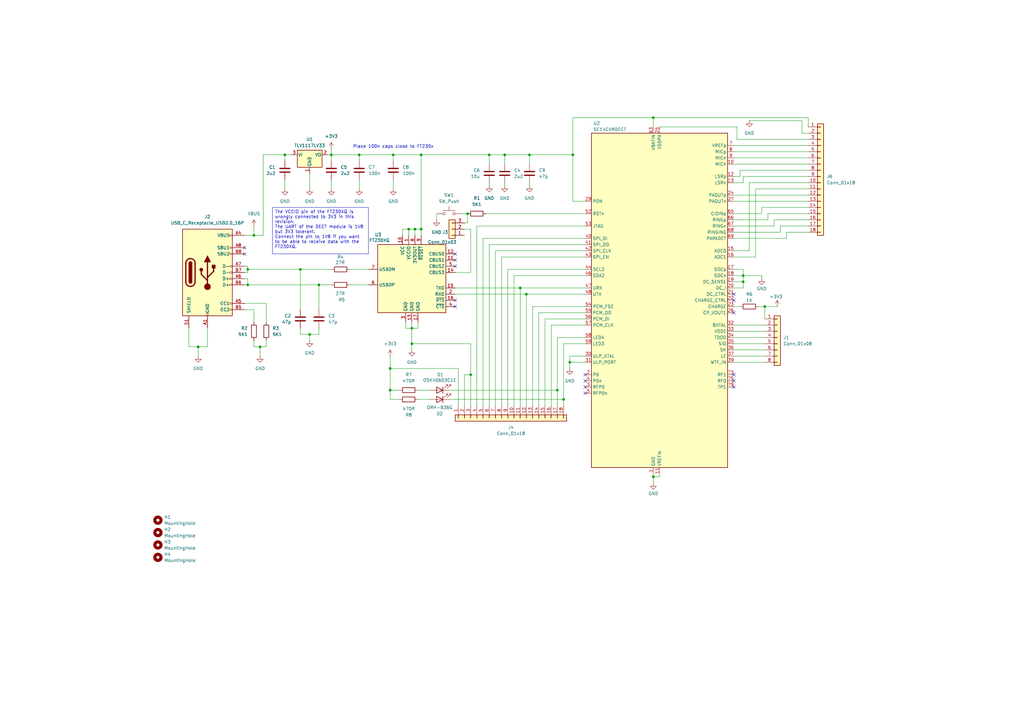
<source format=kicad_sch>
(kicad_sch (version 20231120) (generator "eeschema") (generator_version "8.0")
  (paper "A3")
  (title_block (title "SC14CVMDECT DEVBOARD") (date "2024-12-09") (rev "v0.1") (company "Funkeleinhorn"))
  (lib_symbols
    (symbol "Connector:USB_C_Receptacle_USB2.0_16P" (pin_names (offset 1.016))
      (property "Reference" "J2" (at 0 22.86 0))
      (property "Value" "USB_C_Receptacle_USB2.0_16P" (at 0 20.32 0))
      (symbol "USB_C_Receptacle_USB2.0_16P_0_0"
        (rectangle (start -0.254 -17.78) (end 0.254 -16.764))
        (rectangle (start 10.16 -14.986) (end 9.144 -15.494))
        (rectangle (start 10.16 -12.446) (end 9.144 -12.954))
        (rectangle (start 10.16 -4.826) (end 9.144 -5.334))
        (rectangle (start 10.16 -2.286) (end 9.144 -2.794))
        (rectangle (start 10.16 0.254) (end 9.144 -0.254))
        (rectangle (start 10.16 2.794) (end 9.144 2.286))
        (rectangle (start 10.16 7.874) (end 9.144 7.366))
        (rectangle (start 10.16 10.414) (end 9.144 9.906))
        (rectangle (start 10.16 15.494) (end 9.144 14.986))
      )
      (symbol "USB_C_Receptacle_USB2.0_16P_0_1"
        (rectangle (start -10.16 17.78) (end 10.16 -17.78) (stroke (width 0.254)) (fill (type background)))
        (arc (start -8.89 -3.81) (mid -6.985 -5.7067) (end -5.08 -3.81) (stroke (width 0.508)))
        (arc (start -7.62 -3.81) (mid -6.985 -4.4423) (end -6.35 -3.81) (stroke (width 0.254)))
        (arc (start -7.62 -3.81) (mid -6.985 -4.4423) (end -6.35 -3.81) (stroke (width 0.254)) (fill (type outline)))
        (rectangle (start -7.62 -3.81) (end -6.35 3.81) (stroke (width 0.254)) (fill (type outline)))
        (arc (start -6.35 3.81) (mid -6.985 4.4423) (end -7.62 3.81) (stroke (width 0.254)))
        (arc (start -6.35 3.81) (mid -6.985 4.4423) (end -7.62 3.81) (stroke (width 0.254)) (fill (type outline)))
        (arc (start -5.08 3.81) (mid -6.985 5.7067) (end -8.89 3.81) (stroke (width 0.508)))
        (circle (center -2.54 1.143) (radius 0.635) (stroke (width 0.254)) (fill (type outline)))
        (circle (center 0 -5.842) (radius 1.27) (fill (type outline)))
        (polyline (pts (xy -8.89 -3.81) (xy -8.89 3.81)) (stroke (width 0.508)))
        (polyline (pts (xy -5.08 3.81) (xy -5.08 -3.81)) (stroke (width 0.508)))
        (polyline (pts (xy 0 -5.842) (xy 0 4.318)) (stroke (width 0.508)))
        (polyline (pts (xy 0 -3.302) (xy -2.54 -0.762) (xy -2.54 0.508)) (stroke (width 0.508)))
        (polyline (pts (xy 0 -2.032) (xy 2.54 0.508) (xy 2.54 1.778)) (stroke (width 0.508)))
        (polyline (pts (xy -1.27 4.318) (xy 0 6.858) (xy 1.27 4.318) (xy -1.27 4.318)) (stroke (width 0.254)) (fill (type outline)))
        (rectangle (start 1.905 1.778) (end 3.175 3.048) (stroke (width 0.254)) (fill (type outline)))
      )
      (symbol "USB_C_Receptacle_USB2.0_16P_1_1"
        (pin passive line (at 0 -22.86 90) (length 5.08) (name "GND") (number "A1"))
        (pin passive line (at 0 -22.86 90) (length 5.08) hide (name "GND") (number "A12"))
        (pin passive line (at 15.24 15.24 180) (length 5.08) (name "VBUS") (number "A4"))
        (pin bidirectional line (at 15.24 -12.7 180) (length 5.08) (name "CC1") (number "A5"))
        (pin bidirectional line (at 15.24 -2.54 180) (length 5.08) (name "D+") (number "A6"))
        (pin bidirectional line (at 15.24 2.54 180) (length 5.08) (name "D-") (number "A7"))
        (pin bidirectional line (at 15.24 10.16 180) (length 5.08) (name "SBU1") (number "A8"))
        (pin passive line (at 15.24 15.24 180) (length 5.08) hide (name "VBUS") (number "A9"))
        (pin passive line (at 0 -22.86 90) (length 5.08) hide (name "GND") (number "B1"))
        (pin passive line (at 0 -22.86 90) (length 5.08) hide (name "GND") (number "B12"))
        (pin passive line (at 15.24 15.24 180) (length 5.08) hide (name "VBUS") (number "B4"))
        (pin bidirectional line (at 15.24 -15.24 180) (length 5.08) (name "CC2") (number "B5"))
        (pin bidirectional line (at 15.24 -5.08 180) (length 5.08) (name "D+") (number "B6"))
        (pin bidirectional line (at 15.24 0 180) (length 5.08) (name "D-") (number "B7"))
        (pin bidirectional line (at 15.24 7.62 180) (length 5.08) (name "SBU2") (number "B8"))
        (pin passive line (at 15.24 15.24 180) (length 5.08) hide (name "VBUS") (number "B9"))
        (pin passive line (at -7.62 -22.86 90) (length 5.08) (name "SHIELD") (number "S1"))
      )
    )
    (symbol "Connector_Generic:Conn_01x03" (pin_names (offset 1.016) hide)
      (property "Reference" "J" (at 0 5.08 0))
      (property "Value" "Conn_01x03" (at 0 -5.08 0))
      (symbol "Conn_01x03_1_1"
        (rectangle (start -1.27 -2.413) (end 0 -2.667) (stroke (width 0.1524)))
        (rectangle (start -1.27 0.127) (end 0 -0.127) (stroke (width 0.1524)))
        (rectangle (start -1.27 2.667) (end 0 2.413) (stroke (width 0.1524)))
        (rectangle (start -1.27 3.81) (end 1.27 -3.81) (stroke (width 0.254)) (fill (type background)))
        (pin passive line (at -5.08 2.54 0) (length 3.81) (name "Pin_1") (number "1"))
        (pin passive line (at -5.08 0 0) (length 3.81) (name "Pin_2") (number "2"))
        (pin passive line (at -5.08 -2.54 0) (length 3.81) (name "Pin_3") (number "3"))
      )
    )
    (symbol "Connector_Generic:Conn_01x08" (pin_names (offset 1.016) hide)
      (property "Reference" "J" (at 0 10.16 0))
      (property "Value" "Conn_01x08" (at 0 -12.7 0))
      (symbol "Conn_01x08_1_1"
        (rectangle (start -1.27 -10.033) (end 0 -10.287) (stroke (width 0.1524)))
        (rectangle (start -1.27 -7.493) (end 0 -7.747) (stroke (width 0.1524)))
        (rectangle (start -1.27 -4.953) (end 0 -5.207) (stroke (width 0.1524)))
        (rectangle (start -1.27 -2.413) (end 0 -2.667) (stroke (width 0.1524)))
        (rectangle (start -1.27 0.127) (end 0 -0.127) (stroke (width 0.1524)))
        (rectangle (start -1.27 2.667) (end 0 2.413) (stroke (width 0.1524)))
        (rectangle (start -1.27 5.207) (end 0 4.953) (stroke (width 0.1524)))
        (rectangle (start -1.27 7.747) (end 0 7.493) (stroke (width 0.1524)))
        (rectangle (start -1.27 8.89) (end 1.27 -11.43) (stroke (width 0.254)) (fill (type background)))
        (pin passive line (at -5.08 7.62 0) (length 3.81) (name "Pin_1") (number "1"))
        (pin passive line (at -5.08 5.08 0) (length 3.81) (name "Pin_2") (number "2"))
        (pin passive line (at -5.08 2.54 0) (length 3.81) (name "Pin_3") (number "3"))
        (pin passive line (at -5.08 0 0) (length 3.81) (name "Pin_4") (number "4"))
        (pin passive line (at -5.08 -2.54 0) (length 3.81) (name "Pin_5") (number "5"))
        (pin passive line (at -5.08 -5.08 0) (length 3.81) (name "Pin_6") (number "6"))
        (pin passive line (at -5.08 -7.62 0) (length 3.81) (name "Pin_7") (number "7"))
        (pin passive line (at -5.08 -10.16 0) (length 3.81) (name "Pin_8") (number "8"))
      )
    )
    (symbol "Connector_Generic:Conn_01x18" (pin_names (offset 1.016) hide)
      (property "Reference" "J" (at 0 22.86 0))
      (property "Value" "Conn_01x18" (at 0 -25.4 0))
      (symbol "Conn_01x18_1_1"
        (rectangle (start -1.27 -22.733) (end 0 -22.987) (stroke (width 0.1524)))
        (rectangle (start -1.27 -20.193) (end 0 -20.447) (stroke (width 0.1524)))
        (rectangle (start -1.27 -17.653) (end 0 -17.907) (stroke (width 0.1524)))
        (rectangle (start -1.27 -15.113) (end 0 -15.367) (stroke (width 0.1524)))
        (rectangle (start -1.27 -12.573) (end 0 -12.827) (stroke (width 0.1524)))
        (rectangle (start -1.27 -10.033) (end 0 -10.287) (stroke (width 0.1524)))
        (rectangle (start -1.27 -7.493) (end 0 -7.747) (stroke (width 0.1524)))
        (rectangle (start -1.27 -4.953) (end 0 -5.207) (stroke (width 0.1524)))
        (rectangle (start -1.27 -2.413) (end 0 -2.667) (stroke (width 0.1524)))
        (rectangle (start -1.27 0.127) (end 0 -0.127) (stroke (width 0.1524)))
        (rectangle (start -1.27 2.667) (end 0 2.413) (stroke (width 0.1524)))
        (rectangle (start -1.27 5.207) (end 0 4.953) (stroke (width 0.1524)))
        (rectangle (start -1.27 7.747) (end 0 7.493) (stroke (width 0.1524)))
        (rectangle (start -1.27 10.287) (end 0 10.033) (stroke (width 0.1524)))
        (rectangle (start -1.27 12.827) (end 0 12.573) (stroke (width 0.1524)))
        (rectangle (start -1.27 15.367) (end 0 15.113) (stroke (width 0.1524)))
        (rectangle (start -1.27 17.907) (end 0 17.653) (stroke (width 0.1524)))
        (rectangle (start -1.27 20.447) (end 0 20.193) (stroke (width 0.1524)))
        (rectangle (start -1.27 21.59) (end 1.27 -24.13) (stroke (width 0.254)) (fill (type background)))
        (pin passive line (at -5.08 20.32 0) (length 3.81) (name "Pin_1") (number "1"))
        (pin passive line (at -5.08 -2.54 0) (length 3.81) (name "Pin_10") (number "10"))
        (pin passive line (at -5.08 -5.08 0) (length 3.81) (name "Pin_11") (number "11"))
        (pin passive line (at -5.08 -7.62 0) (length 3.81) (name "Pin_12") (number "12"))
        (pin passive line (at -5.08 -10.16 0) (length 3.81) (name "Pin_13") (number "13"))
        (pin passive line (at -5.08 -12.7 0) (length 3.81) (name "Pin_14") (number "14"))
        (pin passive line (at -5.08 -15.24 0) (length 3.81) (name "Pin_15") (number "15"))
        (pin passive line (at -5.08 -17.78 0) (length 3.81) (name "Pin_16") (number "16"))
        (pin passive line (at -5.08 -20.32 0) (length 3.81) (name "Pin_17") (number "17"))
        (pin passive line (at -5.08 -22.86 0) (length 3.81) (name "Pin_18") (number "18"))
        (pin passive line (at -5.08 17.78 0) (length 3.81) (name "Pin_2") (number "2"))
        (pin passive line (at -5.08 15.24 0) (length 3.81) (name "Pin_3") (number "3"))
        (pin passive line (at -5.08 12.7 0) (length 3.81) (name "Pin_4") (number "4"))
        (pin passive line (at -5.08 10.16 0) (length 3.81) (name "Pin_5") (number "5"))
        (pin passive line (at -5.08 7.62 0) (length 3.81) (name "Pin_6") (number "6"))
        (pin passive line (at -5.08 5.08 0) (length 3.81) (name "Pin_7") (number "7"))
        (pin passive line (at -5.08 2.54 0) (length 3.81) (name "Pin_8") (number "8"))
        (pin passive line (at -5.08 0 0) (length 3.81) (name "Pin_9") (number "9"))
      )
    )
    (symbol "Device:C" (pin_numbers hide) (pin_names (offset 0.254))
      (property "Reference" "C" (at 0.635 2.54 0))
      (property "Value" "C" (at 0.635 -2.54 0))
      (symbol "C_0_1"
        (polyline (pts (xy -2.032 -0.762) (xy 2.032 -0.762)) (stroke (width 0.508)))
        (polyline (pts (xy -2.032 0.762) (xy 2.032 0.762)) (stroke (width 0.508)))
      )
      (symbol "C_1_1"
        (pin passive line (at 0 3.81 270) (length 2.794) (name "~") (number "1"))
        (pin passive line (at 0 -3.81 90) (length 2.794) (name "~") (number "2"))
      )
    )
    (symbol "Device:LED" (pin_numbers hide) (pin_names (offset 1.016) hide)
      (property "Reference" "D" (at 0 2.54 0))
      (property "Value" "LED" (at 0 -2.54 0))
      (symbol "LED_0_1"
        (polyline (pts (xy -1.27 -1.27) (xy -1.27 1.27)) (stroke (width 0.254)))
        (polyline (pts (xy -1.27 0) (xy 1.27 0)))
        (polyline (pts (xy 1.27 -1.27) (xy 1.27 1.27) (xy -1.27 0) (xy 1.27 -1.27)) (stroke (width 0.254)))
        (polyline (pts (xy -3.048 -0.762) (xy -4.572 -2.286) (xy -3.81 -2.286) (xy -4.572 -2.286) (xy -4.572 -1.524)))
        (polyline (pts (xy -1.778 -0.762) (xy -3.302 -2.286) (xy -2.54 -2.286) (xy -3.302 -2.286) (xy -3.302 -1.524)))
      )
      (symbol "LED_1_1"
        (pin passive line (at -3.81 0 0) (length 2.54) (name "K") (number "1"))
        (pin passive line (at 3.81 0 180) (length 2.54) (name "A") (number "2"))
      )
    )
    (symbol "Device:R" (pin_numbers hide) (pin_names (offset 0))
      (property "Reference" "R" (at 2.032 0 90))
      (property "Value" "R" (at 0 0 90))
      (symbol "R_0_1"
        (rectangle (start -1.016 -2.54) (end 1.016 2.54) (stroke (width 0.254)))
      )
      (symbol "R_1_1"
        (pin passive line (at 0 3.81 270) (length 1.27) (name "~") (number "1"))
        (pin passive line (at 0 -3.81 90) (length 1.27) (name "~") (number "2"))
      )
    )
    (symbol "Interface_USB:FT230XQ"
      (property "Reference" "U1" (at 11.43 19.05 0))
      (property "Value" "FT230XQ" (at 11.43 16.51 0))
      (symbol "FT230XQ_0_1"
        (rectangle (start -13.97 13.97) (end 13.97 -13.97) (stroke (width 0.254)) (fill (type background)))
      )
      (symbol "FT230XQ_1_1"
        (pin power_in line (at -1.27 17.78 270) (length 3.81) (name "VCCIO") (number "1"))
        (pin power_in line (at -3.81 17.78 270) (length 3.81) (name "VCC") (number "10"))
        (pin bidirectional line (at 17.78 7.62 180) (length 3.81) (name "CBUS1") (number "11"))
        (pin bidirectional line (at 17.78 10.16 180) (length 3.81) (name "CBUS0") (number "12"))
        (pin power_in line (at 0 -17.78 90) (length 3.81) (name "GND") (number "13"))
        (pin bidirectional line (at 17.78 2.54 180) (length 3.81) (name "CBUS3") (number "14"))
        (pin output line (at 17.78 -3.81 180) (length 3.81) (name "TXD") (number "15"))
        (pin output line (at 17.78 -8.89 180) (length 3.81) (name "~{RTS}") (number "16"))
        (pin power_in line (at 2.54 -17.78 90) (length 3.81) (name "GND") (number "17"))
        (pin input line (at 17.78 -6.35 180) (length 3.81) (name "RXD") (number "2"))
        (pin power_in line (at -2.54 -17.78 90) (length 3.81) (name "GND") (number "3"))
        (pin input line (at 17.78 -11.43 180) (length 3.81) (name "~{CTS}") (number "4"))
        (pin bidirectional line (at 17.78 5.08 180) (length 3.81) (name "CBUS2") (number "5"))
        (pin bidirectional line (at -17.78 -2.54 0) (length 3.81) (name "USBDP") (number "6"))
        (pin bidirectional line (at -17.78 3.81 0) (length 3.81) (name "USBDM") (number "7"))
        (pin power_out line (at 1.27 17.78 270) (length 3.81) (name "3V3OUT") (number "8"))
        (pin input line (at 3.81 17.78 270) (length 3.81) (name "~{RESET}") (number "9"))
      )
    )
    (symbol "Mechanical:MountingHole" (pin_names (offset 1.016)) (exclude_from_sim yes) (in_bom no)
      (property "Reference" "H" (at 0 5.08 0))
      (property "Value" "MountingHole" (at 0 3.175 0))
      (symbol "MountingHole_0_1"
        (circle (center 0 0) (radius 1.27) (stroke (width 1.27)))
      )
    )
    (symbol "Regulator_Linear:TLV1117-33" (pin_names (offset 0.254))
      (property "Reference" "U" (at -3.81 3.175 0))
      (property "Value" "TLV1117-33" (at 0 3.175 0))
      (symbol "TLV1117-33_0_1"
        (rectangle (start -5.08 -5.08) (end 5.08 1.905) (stroke (width 0.254)) (fill (type background)))
      )
      (symbol "TLV1117-33_1_1"
        (pin power_in line (at 0 -7.62 90) (length 2.54) (name "GND") (number "1"))
        (pin power_out line (at 7.62 0 180) (length 2.54) (name "VO") (number "2"))
        (pin power_in line (at -7.62 0 0) (length 2.54) (name "VI") (number "3"))
      )
    )
    (symbol "Switch:SW_Push" (pin_numbers hide) (pin_names (offset 1.016) hide)
      (property "Reference" "SW" (at 1.27 2.54 0))
      (property "Value" "SW_Push" (at 0 -1.524 0))
      (symbol "SW_Push_0_1"
        (circle (center -2.032 0) (radius 0.508))
        (polyline (pts (xy 0 1.27) (xy 0 3.048)))
        (polyline (pts (xy 2.54 1.27) (xy -2.54 1.27)))
        (circle (center 2.032 0) (radius 0.508))
        (pin passive line (at -5.08 0 0) (length 2.54) (name "1") (number "1"))
        (pin passive line (at 5.08 0 180) (length 2.54) (name "2") (number "2"))
      )
    )
    (symbol "custom_library:SC14CVMDECT"
      (property "Reference" "U" (at -27.94 71.12 0))
      (property "Value" "SC14CVMDECT" (at 27.94 71.12 0))
      (symbol "SC14CVMDECT_0_0"
        (rectangle (start 27.94 68.58) (end -27.94 -68.58) (stroke (width 0.254)) (fill (type background)))
        (pin power_in line (at -2.54 -71.12 90) (length 2.54) (name "GND") (number "1"))
        (pin input line (at 30.48 55.88 180) (length 2.54) (name "MICh") (number "10"))
        (pin power_out line (at 0 -71.12 90) (length 2.54) (name "VREFm") (number "11"))
        (pin output line (at 30.48 50.8 180) (length 2.54) (name "LSRp") (number "12"))
        (pin output line (at 30.48 48.26 180) (length 2.54) (name "LSRn") (number "13"))
        (pin passive line (at -2.54 -71.12 90) (length 2.54) hide (name "GND") (number "14"))
        (pin bidirectional line (at 30.48 20.32 180) (length 2.54) (name "ADC0") (number "15"))
        (pin bidirectional line (at 30.48 17.78 180) (length 2.54) (name "ADC1") (number "16"))
        (pin input line (at 30.48 12.7 180) (length 2.54) (name "SOCp") (number "17"))
        (pin input line (at 30.48 10.16 180) (length 2.54) (name "SOCn") (number "18"))
        (pin input line (at 30.48 7.62 180) (length 2.54) (name "DC_SENSE") (number "19"))
        (pin output line (at -30.48 -30.48 0) (length 2.54) (name "P0") (number "2"))
        (pin input line (at 30.48 5.08 180) (length 2.54) (name "DC_I") (number "20"))
        (pin output line (at 30.48 2.54 180) (length 2.54) (name "DC_CTRL") (number "21"))
        (pin output line (at 30.48 0 180) (length 2.54) (name "CHARGE_CTRL") (number "22"))
        (pin input line (at 30.48 -2.54 180) (length 2.54) (name "CHARGE") (number "23"))
        (pin bidirectional line (at 30.48 43.18 180) (length 2.54) (name "PAOUTp") (number "24"))
        (pin power_in line (at 0 71.12 270) (length 2.54) (name "VDDPA") (number "25"))
        (pin output line (at 30.48 -5.08 180) (length 2.54) (name "CP_VOUT1") (number "26"))
        (pin bidirectional line (at 30.48 40.64 180) (length 2.54) (name "PAOUTn") (number "27"))
        (pin passive line (at -2.54 -71.12 90) (length 2.54) hide (name "GND") (number "28"))
        (pin input line (at -30.48 40.64 0) (length 2.54) (name "PON") (number "29"))
        (pin output line (at -30.48 -35.56 0) (length 2.54) (name "RFP0") (number "3"))
        (pin input line (at -30.48 -22.86 0) (length 2.54) (name "ULP_XTAL") (number "30"))
        (pin input line (at -30.48 -25.4 0) (length 2.54) (name "ULP_PORT") (number "31"))
        (pin bidirectional line (at 30.48 -10.16 180) (length 2.54) (name "BXTAL") (number "32"))
        (pin bidirectional line (at 30.48 -12.7 180) (length 2.54) (name "VDDE") (number "33"))
        (pin bidirectional line (at 30.48 -15.24 180) (length 2.54) (name "TDOD") (number "34"))
        (pin bidirectional line (at 30.48 -17.78 180) (length 2.54) (name "SIO") (number "35"))
        (pin bidirectional line (at 30.48 -20.32 180) (length 2.54) (name "SK") (number "36"))
        (pin bidirectional line (at 30.48 -22.86 180) (length 2.54) (name "LE") (number "37"))
        (pin passive line (at -2.54 -71.12 90) (length 2.54) hide (name "GND") (number "38"))
        (pin bidirectional line (at 30.48 -25.4 180) (length 2.54) (name "WTF_IN") (number "39"))
        (pin output line (at -30.48 -33.02 0) (length 2.54) (name "P0n") (number "4"))
        (pin bidirectional line (at -30.48 25.4 0) (length 2.54) (name "SPI_DI") (number "40"))
        (pin bidirectional line (at -30.48 22.86 0) (length 2.54) (name "SPI_DO") (number "41"))
        (pin bidirectional line (at -30.48 20.32 0) (length 2.54) (name "SPI_CLK") (number "42"))
        (pin bidirectional line (at -30.48 17.78 0) (length 2.54) (name "SPI_EN") (number "43"))
        (pin bidirectional line (at -30.48 12.7 0) (length 2.54) (name "SCL2") (number "44"))
        (pin passive line (at -2.54 -71.12 90) (length 2.54) hide (name "GND") (number "45"))
        (pin bidirectional line (at -30.48 10.16 0) (length 2.54) (name "SDA2") (number "46"))
        (pin bidirectional line (at -30.48 5.08 0) (length 2.54) (name "URX") (number "47"))
        (pin output line (at -30.48 2.54 0) (length 2.54) (name "UTX") (number "48"))
        (pin passive line (at -2.54 -71.12 90) (length 2.54) hide (name "GND") (number "49"))
        (pin output line (at -30.48 -38.1 0) (length 2.54) (name "RFP0n") (number "5"))
        (pin passive line (at -2.54 -71.12 90) (length 2.54) hide (name "GND") (number "50"))
        (pin passive line (at -2.54 -71.12 90) (length 2.54) hide (name "GND") (number "51"))
        (pin input line (at -30.48 35.56 0) (length 2.54) (name "RSTn") (number "52"))
        (pin bidirectional line (at -30.48 30.48 0) (length 2.54) (name "JTAG") (number "53"))
        (pin bidirectional line (at -30.48 -2.54 0) (length 2.54) (name "PCM_FSC") (number "54"))
        (pin bidirectional line (at -30.48 -5.08 0) (length 2.54) (name "PCM_DO") (number "55"))
        (pin bidirectional line (at -30.48 -7.62 0) (length 2.54) (name "PCM_DI") (number "56"))
        (pin bidirectional line (at -30.48 -10.16 0) (length 2.54) (name "PCM_CLK") (number "57"))
        (pin bidirectional line (at -30.48 -15.24 0) (length 2.54) (name "LED4") (number "58"))
        (pin bidirectional line (at -30.48 -17.78 0) (length 2.54) (name "LED3") (number "59"))
        (pin passive line (at -2.54 -71.12 90) (length 2.54) hide (name "GND") (number "6"))
        (pin passive line (at -2.54 -71.12 90) (length 2.54) hide (name "GND") (number "60"))
        (pin no_connect line (at 27.94 -40.64 180) (length 2.54) hide (name "VDDOUT") (number "61"))
        (pin no_connect line (at 27.94 -43.18 180) (length 2.54) hide (name "VBATS") (number "62"))
        (pin power_in line (at -2.54 71.12 270) (length 2.54) (name "VBATIN") (number "63"))
        (pin passive line (at -2.54 71.12 270) (length 2.54) hide (name "VBATIN") (number "64"))
        (pin bidirectional line (at 30.48 35.56 180) (length 2.54) (name "CIDINp") (number "65"))
        (pin bidirectional line (at 30.48 33.02 180) (length 2.54) (name "RINGp") (number "66"))
        (pin bidirectional line (at 30.48 30.48 180) (length 2.54) (name "RINGn") (number "67"))
        (pin bidirectional line (at 30.48 27.94 180) (length 2.54) (name "RINGING") (number "68"))
        (pin bidirectional line (at 30.48 25.4 180) (length 2.54) (name "PARADET") (number "69"))
        (pin power_out line (at 30.48 63.5 180) (length 2.54) (name "VREFp") (number "7"))
        (pin passive line (at -2.54 -71.12 90) (length 2.54) hide (name "GND") (number "70"))
        (pin passive line (at -2.54 -71.12 90) (length 2.54) hide (name "GND") (number "71"))
        (pin passive line (at -2.54 -71.12 90) (length 2.54) hide (name "GND") (number "72"))
        (pin input line (at 30.48 -30.48 180) (length 2.54) (name "RF1") (number "73"))
        (pin passive line (at -2.54 -71.12 90) (length 2.54) hide (name "GND") (number "74"))
        (pin input line (at 30.48 -33.02 180) (length 2.54) (name "RF0") (number "75"))
        (pin passive line (at -2.54 -71.12 90) (length 2.54) hide (name "GND") (number "76"))
        (pin passive line (at -2.54 -71.12 90) (length 2.54) hide (name "GND") (number "77"))
        (pin passive line (at -2.54 -71.12 90) (length 2.54) hide (name "GND") (number "78"))
        (pin input line (at 30.48 -35.56 180) (length 2.54) (name "TP1") (number "79"))
        (pin input line (at 30.48 60.96 180) (length 2.54) (name "MICp") (number "8"))
        (pin passive line (at -2.54 -71.12 90) (length 2.54) hide (name "GND") (number "80"))
        (pin no_connect line (at 27.94 -45.72 180) (length 2.54) hide (name "TP2") (number "81"))
        (pin no_connect line (at 27.94 -48.26 180) (length 2.54) hide (name "TP3") (number "82"))
        (pin no_connect line (at 27.94 -50.8 180) (length 2.54) hide (name "TP4") (number "83"))
        (pin no_connect line (at 27.94 -53.34 180) (length 2.54) hide (name "TP5") (number "84"))
        (pin no_connect line (at 27.94 -55.88 180) (length 2.54) hide (name "TP6") (number "85"))
        (pin no_connect line (at 27.94 -58.42 180) (length 2.54) hide (name "TP7") (number "86"))
        (pin no_connect line (at 27.94 -60.96 180) (length 2.54) hide (name "TP8") (number "87"))
        (pin no_connect line (at 27.94 -63.5 180) (length 2.54) hide (name "TP9") (number "88"))
        (pin input line (at 30.48 58.42 180) (length 2.54) (name "MICn") (number "9"))
      )
    )
    (symbol "power:+3V3" (power) (pin_numbers hide) (pin_names (offset 0) hide)
      (property "Value" "+3V3" (at 0 3.556 0))
      (symbol "+3V3_0_1"
        (polyline (pts (xy -0.762 1.27) (xy 0 2.54)))
        (polyline (pts (xy 0 0) (xy 0 2.54)))
        (polyline (pts (xy 0 2.54) (xy 0.762 1.27)))
      )
      (symbol "+3V3_1_1"
        (pin power_in line (at 0 0 90) (length 0) (name "~") (number "1"))
      )
    )
    (symbol "power:GND" (power) (pin_numbers hide) (pin_names (offset 0) hide)
      (property "Value" "GND" (at 0 -3.81 0))
      (symbol "GND_0_1"
        (polyline (pts (xy 0 0) (xy 0 -1.27) (xy 1.27 -1.27) (xy 0 -2.54) (xy -1.27 -1.27) (xy 0 -1.27)))
      )
      (symbol "GND_1_1"
        (pin power_in line (at 0 0 270) (length 0) (name "~") (number "1"))
      )
    )
    (symbol "power:VBUS" (power) (pin_numbers hide) (pin_names (offset 0) hide)
      (property "Value" "VBUS" (at 0 3.556 0))
      (symbol "VBUS_0_1"
        (polyline (pts (xy -0.762 1.27) (xy 0 2.54)))
        (polyline (pts (xy 0 0) (xy 0 2.54)))
        (polyline (pts (xy 0 2.54) (xy 0.762 1.27)))
      )
      (symbol "VBUS_1_1"
        (pin power_in line (at 0 0 90) (length 0) (name "~") (number "1"))
      )
    )
  )
  (junction (at 147.32 63.5))
  (junction (at 191.77 87.63))
  (junction (at 193.04 153.67))
  (junction (at 116.84 63.5))
  (junction (at 135.89 63.5))
  (junction (at 170.18 93.98))
  (junction (at 215.9 120.65))
  (junction (at 267.97 48.26))
  (junction (at 313.69 125.73))
  (junction (at 228.6 160.02))
  (junction (at 267.97 195.58))
  (junction (at 81.28 142.24))
  (junction (at 123.19 110.49))
  (junction (at 161.29 63.5))
  (junction (at 234.95 63.5))
  (junction (at 130.81 116.84))
  (junction (at 168.91 134.62))
  (junction (at 160.02 151.13))
  (junction (at 231.14 163.83))
  (junction (at 160.02 160.02))
  (junction (at 213.36 118.11))
  (junction (at 101.6 110.49))
  (junction (at 167.64 93.98))
  (junction (at 233.68 148.59))
  (junction (at 217.17 63.5))
  (junction (at 172.72 63.5))
  (junction (at 106.68 142.24))
  (junction (at 104.14 96.52))
  (junction (at 168.91 140.97))
  (junction (at 304.8 115.57))
  (junction (at 127 137.16))
  (junction (at 304.8 113.03))
  (junction (at 200.66 63.5))
  (junction (at 172.72 93.98))
  (junction (at 101.6 116.84))
  (junction (at 207.01 63.5))
  (no_connect (at 186.69 109.22))
  (no_connect (at 300.99 153.67))
  (no_connect (at 300.99 158.75))
  (no_connect (at 240.03 158.75))
  (no_connect (at 240.03 156.21))
  (no_connect (at 186.69 123.19))
  (no_connect (at 186.69 125.73))
  (no_connect (at 300.99 123.19))
  (no_connect (at 186.69 104.14))
  (no_connect (at 240.03 153.67))
  (no_connect (at 100.33 104.14))
  (no_connect (at 240.03 161.29))
  (no_connect (at 300.99 128.27))
  (no_connect (at 100.33 101.6))
  (no_connect (at 300.99 156.21))
  (no_connect (at 300.99 120.65))
  (no_connect (at 186.69 106.68))
  (wire (pts (xy 267.97 195.58) (xy 267.97 194.31)))
  (wire (pts (xy 100.33 124.46) (xy 109.22 124.46)))
  (wire (pts (xy 300.99 143.51) (xy 313.69 143.51)))
  (wire (pts (xy 81.28 142.24) (xy 85.09 142.24)))
  (wire (pts (xy 328.93 54.61) (xy 328.93 49.53)))
  (wire (pts (xy 228.6 138.43) (xy 240.03 138.43)))
  (wire (pts (xy 309.88 77.47) (xy 331.47 77.47)))
  (wire (pts (xy 166.37 134.62) (xy 168.91 134.62)))
  (wire (pts (xy 304.8 113.03) (xy 304.8 115.57)))
  (wire (pts (xy 203.2 102.87) (xy 240.03 102.87)))
  (wire (pts (xy 207.01 63.5) (xy 207.01 67.31)))
  (wire (pts (xy 215.9 120.65) (xy 240.03 120.65)))
  (wire (pts (xy 307.34 74.93) (xy 331.47 74.93)))
  (wire (pts (xy 161.29 63.5) (xy 161.29 66.04)))
  (wire (pts (xy 135.89 63.5) (xy 135.89 66.04)))
  (wire (pts (xy 171.45 163.83) (xy 176.53 163.83)))
  (wire (pts (xy 233.68 148.59) (xy 240.03 148.59)))
  (wire (pts (xy 104.14 139.7) (xy 104.14 142.24)))
  (wire (pts (xy 218.44 166.37) (xy 218.44 125.73)))
  (wire (pts (xy 160.02 151.13) (xy 160.02 146.05)))
  (wire (pts (xy 267.97 48.26) (xy 331.47 48.26)))
  (wire (pts (xy 198.12 166.37) (xy 198.12 97.79)))
  (wire (pts (xy 100.33 111.76) (xy 101.6 111.76)))
  (wire (pts (xy 160.02 160.02) (xy 163.83 160.02)))
  (wire (pts (xy 135.89 60.96) (xy 135.89 63.5)))
  (wire (pts (xy 205.74 105.41) (xy 240.03 105.41)))
  (wire (pts (xy 300.99 97.79) (xy 322.58 97.79)))
  (wire (pts (xy 193.04 153.67) (xy 193.04 140.97)))
  (wire (pts (xy 320.04 92.71) (xy 331.47 92.71)))
  (wire (pts (xy 300.99 148.59) (xy 313.69 148.59)))
  (wire (pts (xy 101.6 110.49) (xy 123.19 110.49)))
  (wire (pts (xy 123.19 134.62) (xy 123.19 137.16)))
  (wire (pts (xy 195.58 166.37) (xy 195.58 92.71)))
  (wire (pts (xy 170.18 93.98) (xy 167.64 93.98)))
  (wire (pts (xy 130.81 116.84) (xy 130.81 127)))
  (wire (pts (xy 184.15 163.83) (xy 231.14 163.83)))
  (wire (pts (xy 208.28 166.37) (xy 208.28 110.49)))
  (wire (pts (xy 267.97 198.12) (xy 267.97 195.58)))
  (wire (pts (xy 104.14 96.52) (xy 107.95 96.52)))
  (wire (pts (xy 167.64 93.98) (xy 167.64 96.52)))
  (wire (pts (xy 203.2 166.37) (xy 203.2 102.87)))
  (wire (pts (xy 303.53 69.85) (xy 303.53 72.39)))
  (wire (pts (xy 147.32 73.66) (xy 147.32 77.47)))
  (wire (pts (xy 300.99 82.55) (xy 331.47 82.55)))
  (wire (pts (xy 171.45 134.62) (xy 168.91 134.62)))
  (wire (pts (xy 100.33 114.3) (xy 101.6 114.3)))
  (wire (pts (xy 207.01 74.93) (xy 207.01 76.2)))
  (wire (pts (xy 101.6 109.22) (xy 101.6 110.49)))
  (wire (pts (xy 134.62 63.5) (xy 135.89 63.5)))
  (wire (pts (xy 81.28 142.24) (xy 81.28 146.05)))
  (wire (pts (xy 240.03 82.55) (xy 234.95 82.55)))
  (wire (pts (xy 233.68 148.59) (xy 233.68 151.13)))
  (wire (pts (xy 123.19 137.16) (xy 127 137.16)))
  (wire (pts (xy 101.6 114.3) (xy 101.6 116.84)))
  (wire (pts (xy 312.42 85.09) (xy 331.47 85.09)))
  (wire (pts (xy 168.91 140.97) (xy 168.91 143.51)))
  (wire (pts (xy 213.36 118.11) (xy 213.36 166.37)))
  (wire (pts (xy 300.99 118.11) (xy 304.8 118.11)))
  (wire (pts (xy 193.04 93.98) (xy 190.5 93.98)))
  (wire (pts (xy 300.99 113.03) (xy 304.8 113.03)))
  (wire (pts (xy 100.33 127) (xy 104.14 127)))
  (wire (pts (xy 217.17 63.5) (xy 217.17 67.31)))
  (wire (pts (xy 300.99 95.25) (xy 320.04 95.25)))
  (wire (pts (xy 168.91 132.08) (xy 168.91 134.62)))
  (wire (pts (xy 228.6 160.02) (xy 228.6 166.37)))
  (wire (pts (xy 116.84 63.5) (xy 116.84 66.04)))
  (wire (pts (xy 168.91 134.62) (xy 168.91 140.97)))
  (wire (pts (xy 304.8 115.57) (xy 300.99 115.57)))
  (wire (pts (xy 300.99 87.63) (xy 312.42 87.63)))
  (wire (pts (xy 314.96 87.63) (xy 331.47 87.63)))
  (wire (pts (xy 328.93 49.53) (xy 307.34 49.53)))
  (wire (pts (xy 303.53 72.39) (xy 300.99 72.39)))
  (wire (pts (xy 77.47 142.24) (xy 81.28 142.24)))
  (wire (pts (xy 215.9 120.65) (xy 215.9 166.37)))
  (wire (pts (xy 233.68 146.05) (xy 233.68 148.59)))
  (wire (pts (xy 171.45 160.02) (xy 176.53 160.02)))
  (wire (pts (xy 270.51 195.58) (xy 270.51 194.31)))
  (wire (pts (xy 143.51 116.84) (xy 151.13 116.84)))
  (wire (pts (xy 217.17 63.5) (xy 234.95 63.5)))
  (wire (pts (xy 300.99 62.23) (xy 331.47 62.23)))
  (wire (pts (xy 190.5 91.44) (xy 191.77 91.44)))
  (wire (pts (xy 300.99 67.31) (xy 331.47 67.31)))
  (wire (pts (xy 116.84 73.66) (xy 116.84 77.47)))
  (wire (pts (xy 322.58 97.79) (xy 322.58 95.25)))
  (wire (pts (xy 312.42 113.03) (xy 312.42 114.3)))
  (wire (pts (xy 210.82 113.03) (xy 240.03 113.03)))
  (wire (pts (xy 300.99 92.71) (xy 317.5 92.71)))
  (wire (pts (xy 170.18 93.98) (xy 170.18 96.52)))
  (wire (pts (xy 167.64 93.98) (xy 165.1 93.98)))
  (wire (pts (xy 179.07 87.63) (xy 179.07 90.17)))
  (wire (pts (xy 300.99 146.05) (xy 313.69 146.05)))
  (wire (pts (xy 231.14 140.97) (xy 231.14 163.83)))
  (wire (pts (xy 320.04 95.25) (xy 320.04 92.71)))
  (wire (pts (xy 106.68 142.24) (xy 106.68 146.05)))
  (wire (pts (xy 101.6 116.84) (xy 100.33 116.84)))
  (wire (pts (xy 300.99 140.97) (xy 313.69 140.97)))
  (wire (pts (xy 234.95 48.26) (xy 234.95 63.5)))
  (wire (pts (xy 165.1 93.98) (xy 165.1 96.52)))
  (wire (pts (xy 190.5 166.37) (xy 190.5 153.67)))
  (wire (pts (xy 170.18 93.98) (xy 172.72 93.98)))
  (wire (pts (xy 313.69 125.73) (xy 313.69 130.81)))
  (wire (pts (xy 304.8 72.39) (xy 331.47 72.39)))
  (wire (pts (xy 161.29 63.5) (xy 172.72 63.5)))
  (wire (pts (xy 304.8 118.11) (xy 304.8 115.57)))
  (wire (pts (xy 300.99 90.17) (xy 314.96 90.17)))
  (wire (pts (xy 331.47 52.07) (xy 331.47 48.26)))
  (wire (pts (xy 160.02 160.02) (xy 160.02 151.13)))
  (wire (pts (xy 304.8 72.39) (xy 304.8 74.93)))
  (wire (pts (xy 226.06 166.37) (xy 226.06 133.35)))
  (wire (pts (xy 100.33 109.22) (xy 101.6 109.22)))
  (wire (pts (xy 172.72 63.5) (xy 172.72 93.98)))
  (wire (pts (xy 312.42 87.63) (xy 312.42 85.09)))
  (wire (pts (xy 104.14 142.24) (xy 106.68 142.24)))
  (wire (pts (xy 106.68 142.24) (xy 109.22 142.24)))
  (wire (pts (xy 205.74 166.37) (xy 205.74 105.41)))
  (wire (pts (xy 186.69 118.11) (xy 213.36 118.11)))
  (wire (pts (xy 189.23 87.63) (xy 191.77 87.63)))
  (wire (pts (xy 267.97 195.58) (xy 270.51 195.58)))
  (wire (pts (xy 147.32 63.5) (xy 161.29 63.5)))
  (wire (pts (xy 300.99 110.49) (xy 304.8 110.49)))
  (wire (pts (xy 100.33 96.52) (xy 104.14 96.52)))
  (wire (pts (xy 77.47 134.62) (xy 77.47 142.24)))
  (wire (pts (xy 270.51 52.07) (xy 302.26 52.07)))
  (wire (pts (xy 123.19 110.49) (xy 135.89 110.49)))
  (wire (pts (xy 191.77 91.44) (xy 191.77 87.63)))
  (wire (pts (xy 160.02 163.83) (xy 160.02 160.02)))
  (wire (pts (xy 101.6 116.84) (xy 130.81 116.84)))
  (wire (pts (xy 200.66 74.93) (xy 200.66 76.2)))
  (wire (pts (xy 200.66 63.5) (xy 200.66 67.31)))
  (wire (pts (xy 199.39 87.63) (xy 240.03 87.63)))
  (wire (pts (xy 163.83 163.83) (xy 160.02 163.83)))
  (wire (pts (xy 195.58 92.71) (xy 240.03 92.71)))
  (wire (pts (xy 300.99 125.73) (xy 303.53 125.73)))
  (wire (pts (xy 226.06 133.35) (xy 240.03 133.35)))
  (wire (pts (xy 143.51 110.49) (xy 151.13 110.49)))
  (wire (pts (xy 186.69 111.76) (xy 193.04 111.76)))
  (wire (pts (xy 198.12 97.79) (xy 240.03 97.79)))
  (wire (pts (xy 147.32 63.5) (xy 147.32 66.04)))
  (wire (pts (xy 234.95 48.26) (xy 267.97 48.26)))
  (wire (pts (xy 313.69 125.73) (xy 318.77 125.73)))
  (wire (pts (xy 193.04 166.37) (xy 193.04 153.67)))
  (wire (pts (xy 300.99 102.87) (xy 307.34 102.87)))
  (wire (pts (xy 223.52 130.81) (xy 240.03 130.81)))
  (wire (pts (xy 322.58 95.25) (xy 331.47 95.25)))
  (wire (pts (xy 161.29 73.66) (xy 161.29 77.47)))
  (wire (pts (xy 166.37 132.08) (xy 166.37 134.62)))
  (wire (pts (xy 200.66 63.5) (xy 172.72 63.5)))
  (wire (pts (xy 200.66 100.33) (xy 240.03 100.33)))
  (wire (pts (xy 228.6 160.02) (xy 228.6 138.43)))
  (wire (pts (xy 200.66 166.37) (xy 200.66 100.33)))
  (wire (pts (xy 85.09 142.24) (xy 85.09 134.62)))
  (wire (pts (xy 187.96 166.37) (xy 187.96 151.13)))
  (wire (pts (xy 171.45 134.62) (xy 171.45 132.08)))
  (wire (pts (xy 317.5 90.17) (xy 331.47 90.17)))
  (wire (pts (xy 109.22 139.7) (xy 109.22 142.24)))
  (wire (pts (xy 309.88 105.41) (xy 309.88 77.47)))
  (wire (pts (xy 267.97 48.26) (xy 267.97 52.07)))
  (wire (pts (xy 304.8 110.49) (xy 304.8 113.03)))
  (wire (pts (xy 135.89 63.5) (xy 147.32 63.5)))
  (wire (pts (xy 186.69 120.65) (xy 215.9 120.65)))
  (wire (pts (xy 127 137.16) (xy 127 139.7)))
  (wire (pts (xy 234.95 63.5) (xy 234.95 82.55)))
  (wire (pts (xy 130.81 116.84) (xy 135.89 116.84)))
  (wire (pts (xy 223.52 166.37) (xy 223.52 130.81)))
  (wire (pts (xy 304.8 113.03) (xy 312.42 113.03)))
  (wire (pts (xy 109.22 124.46) (xy 109.22 132.08)))
  (wire (pts (xy 300.99 59.69) (xy 331.47 59.69)))
  (wire (pts (xy 172.72 96.52) (xy 172.72 93.98)))
  (wire (pts (xy 123.19 110.49) (xy 123.19 127)))
  (wire (pts (xy 104.14 92.71) (xy 104.14 96.52)))
  (wire (pts (xy 220.98 128.27) (xy 240.03 128.27)))
  (wire (pts (xy 135.89 73.66) (xy 135.89 77.47)))
  (wire (pts (xy 220.98 166.37) (xy 220.98 128.27)))
  (wire (pts (xy 240.03 146.05) (xy 233.68 146.05)))
  (wire (pts (xy 210.82 166.37) (xy 210.82 113.03)))
  (wire (pts (xy 317.5 92.71) (xy 317.5 90.17)))
  (wire (pts (xy 130.81 137.16) (xy 130.81 134.62)))
  (wire (pts (xy 208.28 110.49) (xy 240.03 110.49)))
  (wire (pts (xy 311.15 125.73) (xy 313.69 125.73)))
  (wire (pts (xy 300.99 133.35) (xy 313.69 133.35)))
  (wire (pts (xy 127 137.16) (xy 130.81 137.16)))
  (wire (pts (xy 193.04 111.76) (xy 193.04 93.98)))
  (wire (pts (xy 190.5 153.67) (xy 193.04 153.67)))
  (wire (pts (xy 307.34 102.87) (xy 307.34 74.93)))
  (wire (pts (xy 302.26 52.07) (xy 302.26 57.15)))
  (wire (pts (xy 302.26 57.15) (xy 331.47 57.15)))
  (wire (pts (xy 314.96 90.17) (xy 314.96 87.63)))
  (wire (pts (xy 207.01 63.5) (xy 200.66 63.5)))
  (wire (pts (xy 300.99 80.01) (xy 331.47 80.01)))
  (wire (pts (xy 331.47 69.85) (xy 303.53 69.85)))
  (wire (pts (xy 300.99 64.77) (xy 331.47 64.77)))
  (wire (pts (xy 231.14 140.97) (xy 240.03 140.97)))
  (wire (pts (xy 300.99 105.41) (xy 309.88 105.41)))
  (wire (pts (xy 101.6 110.49) (xy 101.6 111.76)))
  (wire (pts (xy 107.95 63.5) (xy 107.95 96.52)))
  (wire (pts (xy 184.15 160.02) (xy 228.6 160.02)))
  (wire (pts (xy 213.36 118.11) (xy 240.03 118.11)))
  (wire (pts (xy 217.17 74.93) (xy 217.17 76.2)))
  (wire (pts (xy 218.44 125.73) (xy 240.03 125.73)))
  (wire (pts (xy 231.14 163.83) (xy 231.14 166.37)))
  (wire (pts (xy 300.99 138.43) (xy 313.69 138.43)))
  (wire (pts (xy 193.04 140.97) (xy 168.91 140.97)))
  (wire (pts (xy 107.95 63.5) (xy 116.84 63.5)))
  (wire (pts (xy 304.8 74.93) (xy 300.99 74.93)))
  (wire (pts (xy 187.96 151.13) (xy 160.02 151.13)))
  (wire (pts (xy 207.01 63.5) (xy 217.17 63.5)))
  (wire (pts (xy 116.84 63.5) (xy 119.38 63.5)))
  (wire (pts (xy 127 71.12) (xy 127 77.47)))
  (wire (pts (xy 104.14 127) (xy 104.14 132.08)))
  (wire (pts (xy 300.99 135.89) (xy 313.69 135.89)))
  (wire (pts (xy 331.47 54.61) (xy 328.93 54.61)))
  (text_box "The VCCIO pin of the FT230XQ is wrongly connected to 3V3 in this revision.\nThe UART of the DECT module is 1V8 but 3V3 tolerant.\nConnect the pin to 1V8 if you want to be able to receive data with the FT230XQ." (at 111.76 85.09 0) (size 39.37 19.05) (effects (font (size 1.27 1.27)) (justify left top)))
  (text "Place 100n caps close to FT230x" (at 161.29 60.198 0) (effects (font (size 1.27 1.27))))
  (symbol (lib_id "Device:R") (at 104.14 135.89 0) (mirror y) (unit 1)
    (property "Reference" "R2" (at 101.6 134.6199 0) (effects (justify left)))
    (property "Value" "5K1" (at 101.6 137.1599 0) (effects (justify left)))
    (property "Footprint" "Resistor_SMD:R_0603_1608Metric" (effects (hide yes)))
    (property "Description" "Resistor" (effects (hide yes)))
  )
  (symbol (lib_id "power:GND") (at 217.17 76.2 0) (unit 1)
    (property "Reference" "#PWR021" (effects (hide yes)))
    (property "Value" "GND" (at 217.17 81.28 0))
    (property "Description" "Power symbol creates a global label with name \"GND\" , ground" (effects (hide yes)))
  )
  (symbol (lib_id "power:GND") (at 106.68 146.05 0) (unit 1)
    (property "Reference" "#PWR0111" (effects (hide yes)))
    (property "Value" "GND" (at 106.68 151.13 0))
    (property "Description" "Power symbol creates a global label with name \"GND\" , ground" (effects (hide yes)))
  )
  (symbol (lib_id "power:GND") (at 307.34 49.53 0) (unit 1)
    (property "Reference" "#PWR018" (effects (hide yes)))
    (property "Value" "GND" (at 307.34 54.61 0))
    (property "Description" "Power symbol creates a global label with name \"GND\" , ground" (effects (hide yes)))
  )
  (symbol (lib_id "Device:C") (at 207.01 71.12 0) (unit 1)
    (property "Reference" "C4" (at 210.82 69.8499 0) (effects (justify left)))
    (property "Value" "2u2" (at 210.82 72.3899 0) (effects (justify left)))
    (property "Footprint" "Capacitor_SMD:C_0805_2012Metric" (effects (hide yes)))
    (property "Description" "Unpolarized capacitor" (effects (hide yes)))
  )
  (symbol (lib_id "Device:R") (at 139.7 116.84 90) (mirror x) (unit 1)
    (property "Reference" "R5" (at 141.478 122.936 90) (effects (justify left)))
    (property "Value" "27R" (at 141.478 120.396 90) (effects (justify left)))
    (property "Footprint" "Resistor_SMD:R_0603_1608Metric" (effects (hide yes)))
    (property "Description" "Resistor" (effects (hide yes)))
  )
  (symbol (lib_id "Device:LED") (at 180.34 163.83 180) (unit 1)
    (property "Reference" "D2" (at 180.34 169.672 0))
    (property "Value" "ORH-B36G" (at 180.34 167.132 0))
    (property "Footprint" "LED_SMD:LED_0603_1608Metric" (effects (hide yes)))
    (property "Datasheet" "https://www.lcsc.com/datasheet/lcsc_datasheet_1811100911_Orient-ORH-B36G_C193191.pdf" (effects (hide yes)))
    (property "Description" "Light emitting diode" (effects (hide yes)))
  )
  (symbol (lib_id "power:+3V3") (at 160.02 146.05 0) (unit 1)
    (property "Reference" "#PWR017" (effects (hide yes)))
    (property "Value" "+3V3" (at 160.02 140.97 0))
    (property "Description" "Power symbol creates a global label with name \"+3V3\"" (effects (hide yes)))
  )
  (symbol (lib_id "Mechanical:MountingHole") (at 64.77 213.36 0) (unit 1) (exclude_from_sim yes) (in_bom no)
    (property "Reference" "H1" (at 67.31 212.0899 0) (effects (justify left)))
    (property "Value" "MountingHole" (at 67.31 214.6299 0) (effects (justify left)))
    (property "Footprint" "MountingHole:MountingHole_3.2mm_M3_DIN965" (effects (hide yes)))
    (property "Description" "Mounting Hole without connection" (effects (hide yes)))
  )
  (symbol (lib_id "power:GND") (at 207.01 76.2 0) (unit 1)
    (property "Reference" "#PWR019" (effects (hide yes)))
    (property "Value" "GND" (at 207.01 81.28 0))
    (property "Description" "Power symbol creates a global label with name \"GND\" , ground" (effects (hide yes)))
  )
  (symbol (lib_id "Connector_Generic:Conn_01x03") (at 185.42 93.98 180) (unit 1)
    (property "Reference" "J3" (at 182.626 95.25 0))
    (property "Value" "Conn_01x03" (at 181.356 99.314 0))
    (property "Footprint" "Connector_PinHeader_2.54mm:PinHeader_1x03_P2.54mm_Vertical" (effects (hide yes)))
    (property "Description" "Generic connector, single row, 01x03, script generated (kicad-library-utils/schlib/autogen/connector/)" (effects (hide yes)))
  )
  (symbol (lib_id "Device:R") (at 109.22 135.89 0) (unit 1)
    (property "Reference" "R3" (at 111.76 134.6199 0) (effects (justify left)))
    (property "Value" "5K1" (at 111.76 137.1599 0) (effects (justify left)))
    (property "Footprint" "Resistor_SMD:R_0603_1608Metric" (effects (hide yes)))
    (property "Description" "Resistor" (effects (hide yes)))
  )
  (symbol (lib_id "power:GND") (at 116.84 77.47 0) (unit 1)
    (property "Reference" "#PWR0105" (effects (hide yes)))
    (property "Value" "GND" (at 116.84 82.55 0))
    (property "Description" "Power symbol creates a global label with name \"GND\" , ground" (effects (hide yes)))
  )
  (symbol (lib_id "power:+3V3") (at 318.77 125.73 0) (unit 1)
    (property "Reference" "#PWR015" (effects (hide yes)))
    (property "Value" "+3V3" (at 318.262 121.666 0))
    (property "Description" "Power symbol creates a global label with name \"+3V3\"" (effects (hide yes)))
  )
  (symbol (lib_id "Device:C") (at 200.66 71.12 0) (mirror y) (unit 1)
    (property "Reference" "C6" (at 196.85 69.8499 0) (effects (justify left)))
    (property "Value" "10u" (at 196.85 72.3899 0) (effects (justify left)))
    (property "Footprint" "Capacitor_SMD:C_0805_2012Metric" (effects (hide yes)))
    (property "Description" "Unpolarized capacitor" (effects (hide yes)))
  )
  (symbol (lib_id "power:GND") (at 127 139.7 0) (unit 1)
    (property "Reference" "#PWR0109" (effects (hide yes)))
    (property "Value" "GND" (at 127 144.78 0))
    (property "Description" "Power symbol creates a global label with name \"GND\" , ground" (effects (hide yes)))
  )
  (symbol (lib_id "power:GND") (at 147.32 77.47 0) (unit 1)
    (property "Reference" "#PWR0108" (effects (hide yes)))
    (property "Value" "GND" (at 147.32 82.55 0))
    (property "Description" "Power symbol creates a global label with name \"GND\" , ground" (effects (hide yes)))
  )
  (symbol (lib_id "Interface_USB:FT230XQ") (at 168.91 114.3 0) (unit 1)
    (property "Reference" "U3" (at 153.67 96.266 0) (effects (justify left)))
    (property "Value" "FT230XQ" (at 151.384 98.552 0) (effects (justify left)))
    (property "Footprint" "Package_DFN_QFN:QFN-16-1EP_4x4mm_P0.65mm_EP2.1x2.1mm" (effects (hide yes)))
    (property "Datasheet" "https://www.ftdichip.com/Support/Documents/DataSheets/ICs/DS_FT230X.pdf" (effects (hide yes)))
    (property "Description" "Full Speed USB to Basic UART, QFN-16" (effects (hide yes)))
  )
  (symbol (lib_id "power:GND") (at 168.91 143.51 0) (unit 1)
    (property "Reference" "#PWR0106" (effects (hide yes)))
    (property "Value" "GND" (at 168.91 148.59 0))
    (property "Description" "Power symbol creates a global label with name \"GND\" , ground" (effects (hide yes)))
  )
  (symbol (lib_id "power:GND") (at 161.29 77.47 0) (unit 1)
    (property "Reference" "#PWR0107" (effects (hide yes)))
    (property "Value" "GND" (at 161.29 82.55 0))
    (property "Description" "Power symbol creates a global label with name \"GND\" , ground" (effects (hide yes)))
  )
  (symbol (lib_id "Device:R") (at 139.7 110.49 90) (unit 1)
    (property "Reference" "R4" (at 140.97 105.41 90) (effects (justify left)))
    (property "Value" "27R" (at 141.478 107.696 90) (effects (justify left)))
    (property "Footprint" "Resistor_SMD:R_0603_1608Metric" (effects (hide yes)))
    (property "Description" "Resistor" (effects (hide yes)))
  )
  (symbol (lib_id "Device:R") (at 195.58 87.63 90) (unit 1)
    (property "Reference" "R1" (at 195.58 81.28 90))
    (property "Value" "5K1" (at 195.58 83.82 90))
    (property "Footprint" "Resistor_SMD:R_0603_1608Metric" (effects (hide yes)))
    (property "Description" "Resistor" (effects (hide yes)))
  )
  (symbol (lib_id "Device:R") (at 167.64 160.02 90) (unit 1)
    (property "Reference" "R7" (at 167.64 153.67 90))
    (property "Value" "470R" (at 167.64 156.21 90))
    (property "Footprint" "Resistor_SMD:R_0603_1608Metric" (effects (hide yes)))
    (property "Description" "Resistor" (effects (hide yes)))
  )
  (symbol (lib_id "power:GND") (at 200.66 76.2 0) (mirror y) (unit 1)
    (property "Reference" "#PWR020" (effects (hide yes)))
    (property "Value" "GND" (at 200.66 81.28 0))
    (property "Description" "Power symbol creates a global label with name \"GND\" , ground" (effects (hide yes)))
  )
  (symbol (lib_id "Connector:USB_C_Receptacle_USB2.0_16P") (at 85.09 111.76 0) (unit 1)
    (property "Reference" "J2" (at 85.09 88.9 0))
    (property "Value" "USB_C_Receptacle_USB2.0_16P" (at 85.09 91.44 0))
    (property "Footprint" "Connector_USB:USB_C_Receptacle_JAE_DX07S016JA1R1500" (effects (hide yes)))
    (property "Datasheet" "https://www.usb.org/sites/default/files/documents/usb_type-c.zip" (effects (hide yes)))
    (property "Description" "USB 2.0-only 16P Type-C Receptacle connector" (effects (hide yes)))
  )
  (symbol (lib_id "Mechanical:MountingHole") (at 64.77 218.44 0) (unit 1) (exclude_from_sim yes) (in_bom no)
    (property "Reference" "H2" (at 67.31 217.1699 0) (effects (justify left)))
    (property "Value" "MountingHole" (at 67.31 219.7099 0) (effects (justify left)))
    (property "Footprint" "MountingHole:MountingHole_3.2mm_M3_DIN965" (effects (hide yes)))
    (property "Description" "Mounting Hole without connection" (effects (hide yes)))
  )
  (symbol (lib_id "Connector_Generic:Conn_01x18") (at 336.55 72.39 0) (unit 1)
    (property "Reference" "J6" (at 339.09 72.3899 0) (effects (justify left)))
    (property "Value" "Conn_01x18" (at 339.09 74.9299 0) (effects (justify left)))
    (property "Footprint" "Connector_PinHeader_2.54mm:PinHeader_1x18_P2.54mm_Vertical" (effects (hide yes)))
    (property "Description" "Generic connector, single row, 01x18, script generated (kicad-library-utils/schlib/autogen/connector/)" (effects (hide yes)))
  )
  (symbol (lib_id "power:VBUS") (at 104.14 92.71 0) (unit 1)
    (property "Reference" "#PWR0104" (effects (hide yes)))
    (property "Value" "VBUS" (at 104.14 87.63 0))
    (property "Description" "Power symbol creates a global label with name \"VBUS\"" (effects (hide yes)))
  )
  (symbol (lib_id "Connector_Generic:Conn_01x18") (at 208.28 171.45 90) (mirror x) (unit 1)
    (property "Reference" "J4" (at 209.55 175.26 90))
    (property "Value" "Conn_01x18" (at 209.55 177.8 90))
    (property "Footprint" "Connector_PinHeader_2.54mm:PinHeader_1x18_P2.54mm_Vertical" (effects (hide yes)))
    (property "Description" "Generic connector, single row, 01x18, script generated (kicad-library-utils/schlib/autogen/connector/)" (effects (hide yes)))
  )
  (symbol (lib_id "power:+3V3") (at 135.89 60.96 0) (unit 1)
    (property "Reference" "#PWR0101" (effects (hide yes)))
    (property "Value" "+3V3" (at 135.89 55.88 0))
    (property "Description" "Power symbol creates a global label with name \"+3V3\"" (effects (hide yes)))
  )
  (symbol (lib_id "power:GND") (at 267.97 198.12 0) (unit 1)
    (property "Reference" "#PWR07" (effects (hide yes)))
    (property "Value" "GND" (at 267.97 202.438 0))
    (property "Description" "Power symbol creates a global label with name \"GND\" , ground" (effects (hide yes)))
  )
  (symbol (lib_id "Device:C") (at 130.81 130.81 0) (unit 1)
    (property "Reference" "C3" (at 134.62 129.5399 0) (effects (justify left)))
    (property "Value" "47p" (at 134.62 132.0799 0) (effects (justify left)))
    (property "Footprint" "Capacitor_SMD:C_0603_1608Metric" (effects (hide yes)))
    (property "Description" "Unpolarized capacitor" (effects (hide yes)))
  )
  (symbol (lib_id "Device:LED") (at 180.34 160.02 180) (unit 1)
    (property "Reference" "D1" (at 180.594 153.67 0))
    (property "Value" "OSK40603C1E" (at 180.34 155.956 0))
    (property "Footprint" "LED_SMD:LED_0603_1608Metric" (effects (hide yes)))
    (property "Datasheet" "https://www.tme.eu/Document/64e15c1a036957b6f84022f15b00ad5b/OSXX0603C1E.pdf" (effects (hide yes)))
    (property "Description" "Light emitting diode" (effects (hide yes)))
  )
  (symbol (lib_id "Device:R") (at 167.64 163.83 270) (unit 1)
    (property "Reference" "R8" (at 167.64 170.18 90))
    (property "Value" "470R" (at 167.64 167.64 90))
    (property "Footprint" "Resistor_SMD:R_0603_1608Metric" (effects (hide yes)))
    (property "Description" "Resistor" (effects (hide yes)))
  )
  (symbol (lib_id "Device:C") (at 161.29 69.85 0) (unit 1)
    (property "Reference" "C8" (at 165.1 68.5799 0) (effects (justify left)))
    (property "Value" "100n" (at 165.1 71.1199 0) (effects (justify left)))
    (property "Footprint" "Capacitor_SMD:C_0603_1608Metric" (effects (hide yes)))
    (property "Description" "Unpolarized capacitor" (effects (hide yes)))
  )
  (symbol (lib_id "Regulator_Linear:TLV1117-33") (at 127 63.5 0) (unit 1)
    (property "Reference" "U1" (at 127 57.15 0))
    (property "Value" "TLV1117LV33" (at 127 59.69 0))
    (property "Footprint" "Package_TO_SOT_SMD:SOT-223-3_TabPin2" (effects (hide yes)))
    (property "Datasheet" "https://www.ti.com/lit/ds/symlink/tlv1117lv.pdf" (effects (hide yes)))
    (property "Description" "1A Low-Dropout Linear Regulator, 3.3V fixed output, SOT-223" (effects (hide yes)))
  )
  (symbol (lib_id "Switch:SW_Push") (at 184.15 87.63 0) (unit 1)
    (property "Reference" "SW1" (at 184.15 80.01 0))
    (property "Value" "SW_Push" (at 184.15 82.55 0))
    (property "Footprint" "Button_Switch_SMD:SW_SPST_PTS647_Sx70" (effects (hide yes)))
    (property "Description" "Push button switch, generic, two pins" (effects (hide yes)))
  )
  (symbol (lib_id "power:GND") (at 135.89 77.47 0) (unit 1)
    (property "Reference" "#PWR0102" (effects (hide yes)))
    (property "Value" "GND" (at 135.89 82.55 0))
    (property "Description" "Power symbol creates a global label with name \"GND\" , ground" (effects (hide yes)))
  )
  (symbol (lib_id "Device:C") (at 116.84 69.85 0) (mirror y) (unit 1)
    (property "Reference" "C1" (at 113.03 68.5799 0) (effects (justify left)))
    (property "Value" "2u2" (at 113.03 71.1199 0) (effects (justify left)))
    (property "Footprint" "Capacitor_SMD:C_0805_2012Metric" (effects (hide yes)))
    (property "Description" "Unpolarized capacitor" (effects (hide yes)))
  )
  (symbol (lib_id "Connector_Generic:Conn_01x08") (at 318.77 138.43 0) (unit 1)
    (property "Reference" "J1" (at 321.31 138.4299 0) (effects (justify left)))
    (property "Value" "Conn_01x08" (at 321.31 140.9699 0) (effects (justify left)))
    (property "Footprint" "Connector_PinHeader_2.54mm:PinHeader_1x08_P2.54mm_Vertical" (effects (hide yes)))
    (property "Description" "Generic connector, single row, 01x08, script generated (kicad-library-utils/schlib/autogen/connector/)" (effects (hide yes)))
  )
  (symbol (lib_id "custom_library:SC14CVMDECT") (at 270.51 123.19 0) (unit 1)
    (property "Reference" "U2" (at 243.332 50.546 0) (effects (justify left)))
    (property "Value" "SC14CVMDECT" (at 243.332 53.086 0) (effects (justify left)))
    (property "Footprint" "custom_library:SC14CVMDECT" (effects (hide yes)))
    (property "Datasheet" "https://4donline.ihs.com/images/VipMasterIC/IC/RNCC/RNCC-S-A0015592214/RNCC-S-A0015785019-1.pdf?hkey=6D3A4C79FDBF58556ACFDE234799DDF0" (effects (hide yes)))
    (property "Description" "The SC14CVMDECT SF is a member of the Cordless\nModule family with integrated radio transceiver and\nbaseband processor in a single package. It is designed\nfor hosted and embedded cordless voice and data\napplications in the DECT frequency band. Its simple to\nuse API commands allow easy setup of a wireless link\nbetween two or more nodes." (effects (hide yes)))
  )
  (symbol (lib_id "power:GND") (at 179.07 90.17 0) (unit 1)
    (property "Reference" "#PWR011" (effects (hide yes)))
    (property "Value" "GND" (at 179.07 95.25 0))
    (property "Description" "Power symbol creates a global label with name \"GND\" , ground" (effects (hide yes)))
  )
  (symbol (lib_id "power:GND") (at 127 77.47 0) (unit 1)
    (property "Reference" "#PWR0103" (effects (hide yes)))
    (property "Value" "GND" (at 127 82.55 0))
    (property "Description" "Power symbol creates a global label with name \"GND\" , ground" (effects (hide yes)))
  )
  (symbol (lib_id "Device:C") (at 217.17 71.12 0) (unit 1)
    (property "Reference" "C9" (at 220.98 69.8499 0) (effects (justify left)))
    (property "Value" "47p" (at 220.98 72.3899 0) (effects (justify left)))
    (property "Footprint" "Capacitor_SMD:C_0603_1608Metric" (effects (hide yes)))
    (property "Description" "Unpolarized capacitor" (effects (hide yes)))
  )
  (symbol (lib_id "power:GND") (at 312.42 114.3 0) (unit 1)
    (property "Reference" "#PWR014" (effects (hide yes)))
    (property "Value" "GND" (at 312.42 118.364 0))
    (property "Description" "Power symbol creates a global label with name \"GND\" , ground" (effects (hide yes)))
  )
  (symbol (lib_id "Device:C") (at 123.19 130.81 0) (mirror y) (unit 1)
    (property "Reference" "C2" (at 119.38 129.5399 0) (effects (justify left)))
    (property "Value" "47p" (at 119.38 132.0799 0) (effects (justify left)))
    (property "Footprint" "Capacitor_SMD:C_0603_1608Metric" (effects (hide yes)))
    (property "Description" "Unpolarized capacitor" (effects (hide yes)))
  )
  (symbol (lib_id "Mechanical:MountingHole") (at 64.77 223.52 0) (unit 1) (exclude_from_sim yes) (in_bom no)
    (property "Reference" "H3" (at 67.31 222.2499 0) (effects (justify left)))
    (property "Value" "MountingHole" (at 67.31 224.7899 0) (effects (justify left)))
    (property "Footprint" "MountingHole:MountingHole_3.2mm_M3_DIN965" (effects (hide yes)))
    (property "Description" "Mounting Hole without connection" (effects (hide yes)))
  )
  (symbol (lib_id "Device:C") (at 135.89 69.85 0) (unit 1)
    (property "Reference" "C5" (at 139.7 68.5799 0) (effects (justify left)))
    (property "Value" "2u2" (at 139.7 71.1199 0) (effects (justify left)))
    (property "Footprint" "Capacitor_SMD:C_0805_2012Metric" (effects (hide yes)))
    (property "Description" "Unpolarized capacitor" (effects (hide yes)))
  )
  (symbol (lib_id "Device:C") (at 147.32 69.85 0) (unit 1)
    (property "Reference" "C7" (at 151.13 68.5799 0) (effects (justify left)))
    (property "Value" "100n" (at 151.13 71.1199 0) (effects (justify left)))
    (property "Footprint" "Capacitor_SMD:C_0603_1608Metric" (effects (hide yes)))
    (property "Description" "Unpolarized capacitor" (effects (hide yes)))
  )
  (symbol (lib_id "Device:R") (at 307.34 125.73 90) (unit 1)
    (property "Reference" "R6" (at 307.34 120.65 90))
    (property "Value" "1K" (at 307.34 123.19 90))
    (property "Footprint" "Resistor_SMD:R_0603_1608Metric" (effects (hide yes)))
    (property "Description" "Resistor" (effects (hide yes)))
  )
  (symbol (lib_id "power:GND") (at 81.28 146.05 0) (unit 1)
    (property "Reference" "#PWR0110" (effects (hide yes)))
    (property "Value" "GND" (at 81.28 151.13 0))
    (property "Description" "Power symbol creates a global label with name \"GND\" , ground" (effects (hide yes)))
  )
  (symbol (lib_id "power:GND") (at 233.68 151.13 0) (unit 1)
    (property "Reference" "#PWR016" (effects (hide yes)))
    (property "Value" "GND" (at 233.68 156.21 0))
    (property "Description" "Power symbol creates a global label with name \"GND\" , ground" (effects (hide yes)))
  )
  (symbol (lib_id "Mechanical:MountingHole") (at 64.77 228.6 0) (unit 1) (exclude_from_sim yes) (in_bom no)
    (property "Reference" "H4" (at 67.31 227.3299 0) (effects (justify left)))
    (property "Value" "MountingHole" (at 67.31 229.8699 0) (effects (justify left)))
    (property "Footprint" "MountingHole:MountingHole_3.2mm_M3_DIN965" (effects (hide yes)))
    (property "Description" "Mounting Hole without connection" (effects (hide yes)))
  )
)
</source>
